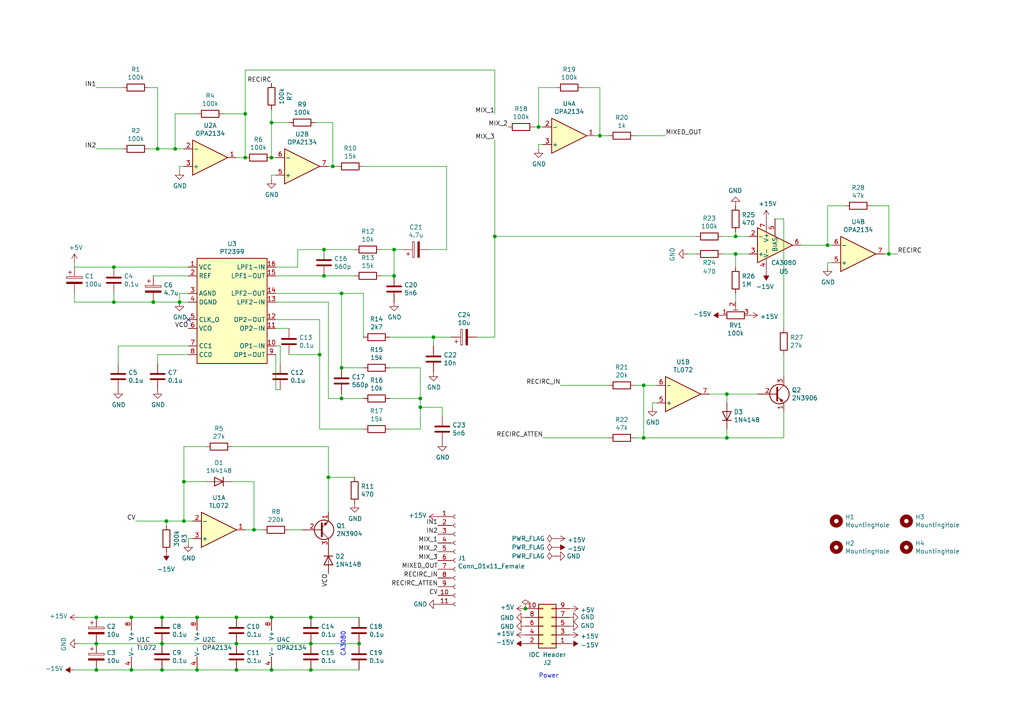
<source format=kicad_sch>
(kicad_sch (version 20231120) (generator "eeschema") (generator_version "8.0")
  (paper "A4")
  (title_block (title "Echo") (date "2019-12-29") (rev "01") (comment 1 "Echo circuit using the PT2399") (comment 2 "Schema for main circuit") (comment 4 "License CC BY 4.0 - Attribution 4.0 International"))
  (lib_symbols
    (symbol "Amplifier_Operational:CA3080" (pin_names (offset 0.127))
      (property "Reference" "U" (at 1.27 3.81 0))
      (property "Value" "CA3080" (at 1.27 -3.81 0))
      (symbol "CA3080_1_1"
        (pin no_connect line (at -2.54 2.54 270) (length 2.54) hide (name "NC") (number "1"))
        (pin input line (at -7.62 2.54 0) (length 2.54) (name "-") (number "2"))
        (pin input line (at -7.62 -2.54 0) (length 2.54) (name "+") (number "3"))
        (pin power_in line (at -2.54 -7.62 90) (length 3.81) (name "V-") (number "4"))
        (pin passive line (at 0 7.62 270) (length 5.08) (name "BIAS") (number "5"))
        (pin output line (at 7.62 0 180) (length 2.54) (name "~") (number "6"))
        (pin power_in line (at -2.54 7.62 270) (length 3.81) (name "V+") (number "7"))
        (pin no_connect line (at 0 2.54 270) (length 2.54) hide (name "NC") (number "8"))
      )
    )
    (symbol "Amplifier_Operational:OPA2134" (pin_names (offset 0.127))
      (property "Reference" "U" (at 0 5.08 0))
      (property "Value" "OPA2134" (at 0 -5.08 0))
      (symbol "OPA2134_1_1"
        (pin output line (at 7.62 0 180) (length 2.54) (name "~") (number "1"))
        (pin input line (at -7.62 -2.54 0) (length 2.54) (name "-") (number "2"))
        (pin input line (at -7.62 2.54 0) (length 2.54) (name "+") (number "3"))
      )
      (symbol "OPA2134_2_1"
        (pin input line (at -7.62 2.54 0) (length 2.54) (name "+") (number "5"))
        (pin input line (at -7.62 -2.54 0) (length 2.54) (name "-") (number "6"))
        (pin output line (at 7.62 0 180) (length 2.54) (name "~") (number "7"))
      )
      (symbol "OPA2134_3_1"
        (pin power_in line (at -2.54 -7.62 90) (length 3.81) (name "V-") (number "4"))
        (pin power_in line (at -2.54 7.62 270) (length 3.81) (name "V+") (number "8"))
      )
    )
    (symbol "Amplifier_Operational:TL072" (pin_names (offset 0.127))
      (property "Reference" "U" (at 0 5.08 0))
      (property "Value" "TL072" (at 0 -5.08 0))
      (symbol "TL072_1_1"
        (pin output line (at 7.62 0 180) (length 2.54) (name "~") (number "1"))
        (pin input line (at -7.62 -2.54 0) (length 2.54) (name "-") (number "2"))
        (pin input line (at -7.62 2.54 0) (length 2.54) (name "+") (number "3"))
      )
      (symbol "TL072_2_1"
        (pin input line (at -7.62 2.54 0) (length 2.54) (name "+") (number "5"))
        (pin input line (at -7.62 -2.54 0) (length 2.54) (name "-") (number "6"))
        (pin output line (at 7.62 0 180) (length 2.54) (name "~") (number "7"))
      )
      (symbol "TL072_3_1"
        (pin power_in line (at -2.54 -7.62 90) (length 3.81) (name "V-") (number "4"))
        (pin power_in line (at -2.54 7.62 270) (length 3.81) (name "V+") (number "8"))
      )
    )
    (symbol "Audio:PT2399"
      (property "Reference" "U" (at 0 17.78 0))
      (property "Value" "PT2399" (at 0 -17.78 0))
      (symbol "PT2399_1_1"
        (pin power_in line (at -12.7 12.7 0) (length 2.54) (name "VCC") (number "1"))
        (pin input line (at 12.7 -10.16 180) (length 2.54) (name "OP1-IN") (number "10"))
        (pin input line (at 12.7 -5.08 180) (length 2.54) (name "OP2-IN") (number "11"))
        (pin output line (at 12.7 -2.54 180) (length 2.54) (name "OP2-OUT") (number "12"))
        (pin input line (at 12.7 2.54 180) (length 2.54) (name "LPF2-IN") (number "13"))
        (pin output line (at 12.7 5.08 180) (length 2.54) (name "LPF2-OUT") (number "14"))
        (pin output line (at 12.7 10.16 180) (length 2.54) (name "LPF1-OUT") (number "15"))
        (pin input line (at 12.7 12.7 180) (length 2.54) (name "LPF1-IN") (number "16"))
        (pin passive line (at -12.7 10.16 0) (length 2.54) (name "REF") (number "2"))
        (pin power_in line (at -12.7 5.08 0) (length 2.54) (name "AGND") (number "3"))
        (pin power_in line (at -12.7 2.54 0) (length 2.54) (name "DGND") (number "4"))
        (pin passive line (at -12.7 -2.54 0) (length 2.54) (name "CLK_O") (number "5"))
        (pin passive line (at -12.7 -5.08 0) (length 2.54) (name "VCO") (number "6"))
        (pin passive line (at -12.7 -10.16 0) (length 2.54) (name "CC1") (number "7"))
        (pin passive line (at -12.7 -12.7 0) (length 2.54) (name "CC0") (number "8"))
        (pin output line (at 12.7 -12.7 180) (length 2.54) (name "OP1-OUT") (number "9"))
      )
    )
    (symbol "Connector:Conn_01x11_Socket" (pin_names (offset 1.016) hide)
      (property "Reference" "J" (at 0 15.24 0))
      (property "Value" "Conn_01x11_Socket" (at 0 -15.24 0))
      (symbol "Conn_01x11_Socket_1_1"
        (pin passive line (at -5.08 12.7 0) (length 3.81) (name "Pin_1") (number "1"))
        (pin passive line (at -5.08 -10.16 0) (length 3.81) (name "Pin_10") (number "10"))
        (pin passive line (at -5.08 -12.7 0) (length 3.81) (name "Pin_11") (number "11"))
        (pin passive line (at -5.08 10.16 0) (length 3.81) (name "Pin_2") (number "2"))
        (pin passive line (at -5.08 7.62 0) (length 3.81) (name "Pin_3") (number "3"))
        (pin passive line (at -5.08 5.08 0) (length 3.81) (name "Pin_4") (number "4"))
        (pin passive line (at -5.08 2.54 0) (length 3.81) (name "Pin_5") (number "5"))
        (pin passive line (at -5.08 0 0) (length 3.81) (name "Pin_6") (number "6"))
        (pin passive line (at -5.08 -2.54 0) (length 3.81) (name "Pin_7") (number "7"))
        (pin passive line (at -5.08 -5.08 0) (length 3.81) (name "Pin_8") (number "8"))
        (pin passive line (at -5.08 -7.62 0) (length 3.81) (name "Pin_9") (number "9"))
      )
    )
    (symbol "Connector_Generic:Conn_02x05_Odd_Even" (pin_names (offset 1.016) hide)
      (property "Reference" "J" (at 1.27 7.62 0))
      (property "Value" "Conn_02x05_Odd_Even" (at 1.27 -7.62 0))
      (symbol "Conn_02x05_Odd_Even_1_1"
        (pin passive line (at -5.08 5.08 0) (length 3.81) (name "Pin_1") (number "1"))
        (pin passive line (at 7.62 -5.08 180) (length 3.81) (name "Pin_10") (number "10"))
        (pin passive line (at 7.62 5.08 180) (length 3.81) (name "Pin_2") (number "2"))
        (pin passive line (at -5.08 2.54 0) (length 3.81) (name "Pin_3") (number "3"))
        (pin passive line (at 7.62 2.54 180) (length 3.81) (name "Pin_4") (number "4"))
        (pin passive line (at -5.08 0 0) (length 3.81) (name "Pin_5") (number "5"))
        (pin passive line (at 7.62 0 180) (length 3.81) (name "Pin_6") (number "6"))
        (pin passive line (at -5.08 -2.54 0) (length 3.81) (name "Pin_7") (number "7"))
        (pin passive line (at 7.62 -2.54 180) (length 3.81) (name "Pin_8") (number "8"))
        (pin passive line (at -5.08 -5.08 0) (length 3.81) (name "Pin_9") (number "9"))
      )
    )
    (symbol "Device:C" (pin_numbers hide) (pin_names (offset 0.254))
      (property "Reference" "C" (at 0.635 2.54 0))
      (property "Value" "C" (at 0.635 -2.54 0))
      (symbol "C_1_1"
        (pin passive line (at 0 3.81 270) (length 2.794) (name "~") (number "1"))
        (pin passive line (at 0 -3.81 90) (length 2.794) (name "~") (number "2"))
      )
    )
    (symbol "Device:C_Polarized" (pin_numbers hide) (pin_names (offset 0.254))
      (property "Reference" "C" (at 0.635 2.54 0))
      (property "Value" "C_Polarized" (at 0.635 -2.54 0))
      (symbol "C_Polarized_1_1"
        (pin passive line (at 0 3.81 270) (length 2.794) (name "~") (number "1"))
        (pin passive line (at 0 -3.81 90) (length 2.794) (name "~") (number "2"))
      )
    )
    (symbol "Device:R" (pin_numbers hide) (pin_names (offset 0))
      (property "Reference" "R" (at 2.032 0 90))
      (property "Value" "R" (at 0 0 90))
      (symbol "R_1_1"
        (pin passive line (at 0 3.81 270) (length 1.27) (name "~") (number "1"))
        (pin passive line (at 0 -3.81 90) (length 1.27) (name "~") (number "2"))
      )
    )
    (symbol "Device:R_Potentiometer_Trim" (pin_names (offset 1.016) hide)
      (property "Reference" "RV" (at -4.445 0 90))
      (property "Value" "R_Potentiometer_Trim" (at -2.54 0 90))
      (symbol "R_Potentiometer_Trim_1_1"
        (pin passive line (at 0 3.81 270) (length 1.27) (name "1") (number "1"))
        (pin passive line (at 3.81 0 180) (length 1.27) (name "2") (number "2"))
        (pin passive line (at 0 -3.81 90) (length 1.27) (name "3") (number "3"))
      )
    )
    (symbol "Diode:1N4148" (pin_numbers hide) (pin_names hide)
      (property "Reference" "D" (at 0 2.54 0))
      (property "Value" "1N4148" (at 0 -2.54 0))
      (symbol "1N4148_1_1"
        (pin passive line (at -3.81 0 0) (length 2.54) (name "K") (number "1"))
        (pin passive line (at 3.81 0 180) (length 2.54) (name "A") (number "2"))
      )
    )
    (symbol "Mechanical:MountingHole" (pin_names (offset 1.016))
      (property "Reference" "H" (at 0 5.08 0))
      (property "Value" "MountingHole" (at 0 3.175 0))
    )
    (symbol "Transistor_BJT:2N3904" (pin_names (offset 0) hide)
      (property "Reference" "Q" (at 5.08 1.905 0))
      (property "Value" "2N3904" (at 5.08 0 0))
      (symbol "2N3904_1_1"
        (pin passive line (at 2.54 -5.08 90) (length 2.54) (name "E") (number "1"))
        (pin passive line (at -5.08 0 0) (length 5.715) (name "B") (number "2"))
        (pin passive line (at 2.54 5.08 270) (length 2.54) (name "C") (number "3"))
      )
    )
    (symbol "Transistor_BJT:2N3906" (pin_names (offset 0) hide)
      (property "Reference" "Q" (at 5.08 1.905 0))
      (property "Value" "2N3906" (at 5.08 0 0))
      (symbol "2N3906_1_1"
        (pin passive line (at 2.54 -5.08 90) (length 2.54) (name "E") (number "1"))
        (pin input line (at -5.08 0 0) (length 5.715) (name "B") (number "2"))
        (pin passive line (at 2.54 5.08 270) (length 2.54) (name "C") (number "3"))
      )
    )
    (symbol "power:+15V" (power) (pin_names (offset 0))
      (property "Value" "+15V" (at 0 3.556 0))
      (symbol "+15V_1_1"
        (pin power_in line (at 0 0 90) (length 0) hide (name "+15V") (number "1"))
      )
    )
    (symbol "power:+5V" (power) (pin_names (offset 0))
      (property "Value" "+5V" (at 0 3.556 0))
      (symbol "+5V_1_1"
        (pin power_in line (at 0 0 90) (length 0) hide (name "+5V") (number "1"))
      )
    )
    (symbol "power:-15V" (power) (pin_names (offset 0))
      (property "Value" "-15V" (at 0 3.81 0))
      (symbol "-15V_0_0"
        (pin power_in line (at 0 0 90) (length 0) hide (name "-15V") (number "1"))
      )
    )
    (symbol "power:GND" (power) (pin_names (offset 0))
      (property "Value" "GND" (at 0 -3.81 0))
      (symbol "GND_1_1"
        (pin power_in line (at 0 0 270) (length 0) hide (name "GND") (number "1"))
      )
    )
    (symbol "power:PWR_FLAG" (power) (pin_numbers hide) (pin_names (offset 0) hide)
      (property "Value" "PWR_FLAG" (at 0 3.81 0))
      (symbol "PWR_FLAG_0_0"
        (pin power_out line (at 0 0 90) (length 0) (name "pwr") (number "1"))
      )
    )
  )
  (junction (at 257.81 73.66))
  (junction (at 93.98 72.39))
  (junction (at 38.1 194.31))
  (junction (at 90.17 186.69))
  (junction (at 90.17 194.31))
  (junction (at 104.14 186.69))
  (junction (at 156.21 36.83))
  (junction (at 45.72 43.18))
  (junction (at 213.36 68.58))
  (junction (at 213.36 73.66))
  (junction (at 114.3 80.01))
  (junction (at 93.98 80.01))
  (junction (at 46.99 186.69))
  (junction (at 71.12 45.72))
  (junction (at 78.74 45.72))
  (junction (at 125.73 97.79))
  (junction (at 27.94 186.69))
  (junction (at 95.25 138.43))
  (junction (at 46.99 179.07))
  (junction (at 53.34 139.7))
  (junction (at 121.92 118.11))
  (junction (at 68.58 194.31))
  (junction (at 78.74 194.31))
  (junction (at 78.74 35.56))
  (junction (at 44.45 87.63))
  (junction (at 186.69 127))
  (junction (at 210.82 127))
  (junction (at 99.06 115.57))
  (junction (at 186.69 111.76))
  (junction (at 143.51 68.58))
  (junction (at 240.03 71.12))
  (junction (at 99.06 85.09))
  (junction (at 27.94 179.07))
  (junction (at 33.02 87.63))
  (junction (at 53.34 151.13))
  (junction (at 121.92 115.57))
  (junction (at 90.17 179.07))
  (junction (at 71.12 33.02))
  (junction (at 46.99 194.31))
  (junction (at 57.15 179.07))
  (junction (at 173.99 39.37))
  (junction (at 33.02 77.47))
  (junction (at 92.71 102.87))
  (junction (at 96.52 48.26))
  (junction (at 99.06 106.68))
  (junction (at 52.07 87.63))
  (junction (at 68.58 179.07))
  (junction (at 38.1 179.07))
  (junction (at 27.94 194.31))
  (junction (at 78.74 179.07))
  (junction (at 50.8 43.18))
  (junction (at 57.15 194.31))
  (junction (at 210.82 114.3))
  (junction (at 73.66 153.67))
  (junction (at 68.58 186.69))
  (junction (at 48.26 151.13))
  (junction (at 114.3 72.39))
  (junction (at 152.4 176.53))
  (no_connect (at 54.61 92.71))
  (wire (pts (xy 156.21 25.4) (xy 156.21 36.83)))
  (wire (pts (xy 64.77 33.02) (xy 71.12 33.02)))
  (wire (pts (xy 124.46 72.39) (xy 129.54 72.39)))
  (wire (pts (xy 52.07 48.26) (xy 52.07 49.53)))
  (wire (pts (xy 90.17 194.31) (xy 104.14 194.31)))
  (wire (pts (xy 161.29 25.4) (xy 156.21 25.4)))
  (wire (pts (xy 93.98 80.01) (xy 102.87 80.01)))
  (wire (pts (xy 102.87 138.43) (xy 95.25 138.43)))
  (wire (pts (xy 99.06 114.3) (xy 99.06 115.57)))
  (wire (pts (xy 210.82 127) (xy 227.33 127)))
  (wire (pts (xy 205.74 114.3) (xy 210.82 114.3)))
  (wire (pts (xy 156.21 36.83) (xy 157.48 36.83)))
  (wire (pts (xy 48.26 151.13) (xy 53.34 151.13)))
  (wire (pts (xy 125.73 97.79) (xy 130.81 97.79)))
  (wire (pts (xy 43.18 43.18) (xy 45.72 43.18)))
  (wire (pts (xy 71.12 33.02) (xy 71.12 20.32)))
  (wire (pts (xy 110.49 80.01) (xy 114.3 80.01)))
  (wire (pts (xy 143.51 40.64) (xy 143.51 68.58)))
  (wire (pts (xy 232.41 71.12) (xy 240.03 71.12)))
  (wire (pts (xy 173.99 39.37) (xy 176.53 39.37)))
  (wire (pts (xy 53.34 48.26) (xy 52.07 48.26)))
  (wire (pts (xy 113.03 97.79) (xy 125.73 97.79)))
  (wire (pts (xy 257.81 59.69) (xy 257.81 73.66)))
  (wire (pts (xy 210.82 116.84) (xy 210.82 114.3)))
  (wire (pts (xy 27.94 25.4) (xy 35.56 25.4)))
  (wire (pts (xy 92.71 102.87) (xy 92.71 124.46)))
  (wire (pts (xy 186.69 111.76) (xy 186.69 127)))
  (wire (pts (xy 227.33 63.5) (xy 224.79 63.5)))
  (wire (pts (xy 73.66 139.7) (xy 73.66 153.67)))
  (wire (pts (xy 157.48 127) (xy 176.53 127)))
  (wire (pts (xy 93.98 72.39) (xy 102.87 72.39)))
  (wire (pts (xy 21.59 87.63) (xy 21.59 85.09)))
  (wire (pts (xy 55.88 156.21) (xy 54.61 156.21)))
  (wire (pts (xy 27.94 194.31) (xy 38.1 194.31)))
  (wire (pts (xy 81.28 113.03) (xy 80.01 113.03)))
  (wire (pts (xy 71.12 45.72) (xy 71.12 33.02)))
  (wire (pts (xy 54.61 102.87) (xy 45.72 102.87)))
  (wire (pts (xy 156.21 41.91) (xy 156.21 43.18)))
  (wire (pts (xy 157.48 41.91) (xy 156.21 41.91)))
  (wire (pts (xy 129.54 72.39) (xy 129.54 48.26)))
  (wire (pts (xy 80.01 92.71) (xy 92.71 92.71)))
  (wire (pts (xy 105.41 106.68) (xy 99.06 106.68)))
  (wire (pts (xy 80.01 85.09) (xy 99.06 85.09)))
  (wire (pts (xy 128.27 118.11) (xy 121.92 118.11)))
  (wire (pts (xy 210.82 127) (xy 186.69 127)))
  (wire (pts (xy 143.51 68.58) (xy 201.93 68.58)))
  (wire (pts (xy 95.25 115.57) (xy 99.06 115.57)))
  (wire (pts (xy 45.72 102.87) (xy 45.72 105.41)))
  (wire (pts (xy 213.36 67.31) (xy 213.36 68.58)))
  (wire (pts (xy 138.43 97.79) (xy 143.51 97.79)))
  (wire (pts (xy 78.74 45.72) (xy 80.01 45.72)))
  (wire (pts (xy 121.92 118.11) (xy 121.92 124.46)))
  (wire (pts (xy 27.94 43.18) (xy 35.56 43.18)))
  (wire (pts (xy 110.49 72.39) (xy 114.3 72.39)))
  (wire (pts (xy 213.36 68.58) (xy 217.17 68.58)))
  (wire (pts (xy 190.5 111.76) (xy 186.69 111.76)))
  (wire (pts (xy 227.33 63.5) (xy 227.33 95.25)))
  (wire (pts (xy 67.31 129.54) (xy 95.25 129.54)))
  (wire (pts (xy 54.61 156.21) (xy 54.61 157.48)))
  (wire (pts (xy 68.58 45.72) (xy 71.12 45.72)))
  (wire (pts (xy 260.35 73.66) (xy 257.81 73.66)))
  (wire (pts (xy 209.55 73.66) (xy 213.36 73.66)))
  (wire (pts (xy 78.74 50.8) (xy 78.74 52.07)))
  (wire (pts (xy 210.82 124.46) (xy 210.82 127)))
  (wire (pts (xy 240.03 71.12) (xy 241.3 71.12)))
  (wire (pts (xy 83.82 35.56) (xy 78.74 35.56)))
  (wire (pts (xy 95.25 129.54) (xy 95.25 138.43)))
  (wire (pts (xy 68.58 186.69) (xy 90.17 186.69)))
  (wire (pts (xy 252.73 59.69) (xy 257.81 59.69)))
  (wire (pts (xy 86.36 77.47) (xy 86.36 72.39)))
  (wire (pts (xy 121.92 106.68) (xy 121.92 115.57)))
  (wire (pts (xy 57.15 194.31) (xy 68.58 194.31)))
  (wire (pts (xy 97.79 48.26) (xy 96.52 48.26)))
  (wire (pts (xy 95.25 87.63) (xy 95.25 115.57)))
  (wire (pts (xy 52.07 85.09) (xy 54.61 85.09)))
  (wire (pts (xy 113.03 115.57) (xy 121.92 115.57)))
  (wire (pts (xy 46.99 179.07) (xy 57.15 179.07)))
  (wire (pts (xy 55.88 151.13) (xy 53.34 151.13)))
  (wire (pts (xy 168.91 25.4) (xy 173.99 25.4)))
  (wire (pts (xy 59.69 139.7) (xy 53.34 139.7)))
  (wire (pts (xy 71.12 20.32) (xy 143.51 20.32)))
  (wire (pts (xy 245.11 59.69) (xy 240.03 59.69)))
  (wire (pts (xy 105.41 97.79) (xy 105.41 85.09)))
  (wire (pts (xy 27.94 186.69) (xy 46.99 186.69)))
  (wire (pts (xy 99.06 115.57) (xy 105.41 115.57)))
  (wire (pts (xy 83.82 102.87) (xy 92.71 102.87)))
  (wire (pts (xy 92.71 124.46) (xy 105.41 124.46)))
  (wire (pts (xy 54.61 100.33) (xy 34.29 100.33)))
  (wire (pts (xy 113.03 106.68) (xy 121.92 106.68)))
  (wire (pts (xy 80.01 87.63) (xy 95.25 87.63)))
  (wire (pts (xy 44.45 87.63) (xy 52.07 87.63)))
  (wire (pts (xy 21.59 194.31) (xy 27.94 194.31)))
  (wire (pts (xy 129.54 48.26) (xy 105.41 48.26)))
  (wire (pts (xy 96.52 48.26) (xy 95.25 48.26)))
  (wire (pts (xy 227.33 102.87) (xy 227.33 109.22)))
  (wire (pts (xy 22.86 186.69) (xy 27.94 186.69)))
  (wire (pts (xy 50.8 33.02) (xy 50.8 43.18)))
  (wire (pts (xy 86.36 72.39) (xy 93.98 72.39)))
  (wire (pts (xy 57.15 179.07) (xy 68.58 179.07)))
  (wire (pts (xy 81.28 100.33) (xy 80.01 100.33)))
  (wire (pts (xy 38.1 194.31) (xy 46.99 194.31)))
  (wire (pts (xy 39.37 151.13) (xy 48.26 151.13)))
  (wire (pts (xy 81.28 105.41) (xy 81.28 100.33)))
  (wire (pts (xy 80.01 113.03) (xy 80.01 102.87)))
  (wire (pts (xy 68.58 179.07) (xy 78.74 179.07)))
  (wire (pts (xy 241.3 76.2) (xy 240.03 76.2)))
  (wire (pts (xy 38.1 179.07) (xy 46.99 179.07)))
  (wire (pts (xy 78.74 35.56) (xy 78.74 45.72)))
  (wire (pts (xy 27.94 179.07) (xy 38.1 179.07)))
  (wire (pts (xy 213.36 77.47) (xy 213.36 73.66)))
  (wire (pts (xy 210.82 114.3) (xy 219.71 114.3)))
  (wire (pts (xy 33.02 87.63) (xy 21.59 87.63)))
  (wire (pts (xy 114.3 80.01) (xy 114.3 72.39)))
  (wire (pts (xy 68.58 194.31) (xy 78.74 194.31)))
  (wire (pts (xy 201.93 73.66) (xy 199.39 73.66)))
  (wire (pts (xy 213.36 73.66) (xy 217.17 73.66)))
  (wire (pts (xy 67.31 139.7) (xy 73.66 139.7)))
  (wire (pts (xy 78.74 31.75) (xy 78.74 35.56)))
  (wire (pts (xy 162.56 111.76) (xy 176.53 111.76)))
  (wire (pts (xy 80.01 80.01) (xy 93.98 80.01)))
  (wire (pts (xy 57.15 33.02) (xy 50.8 33.02)))
  (wire (pts (xy 227.33 119.38) (xy 227.33 127)))
  (wire (pts (xy 73.66 153.67) (xy 71.12 153.67)))
  (wire (pts (xy 257.81 73.66) (xy 256.54 73.66)))
  (wire (pts (xy 190.5 116.84) (xy 189.23 116.84)))
  (wire (pts (xy 125.73 100.33) (xy 125.73 97.79)))
  (wire (pts (xy 48.26 152.4) (xy 48.26 151.13)))
  (wire (pts (xy 59.69 129.54) (xy 53.34 129.54)))
  (wire (pts (xy 121.92 115.57) (xy 121.92 118.11)))
  (wire (pts (xy 128.27 120.65) (xy 128.27 118.11)))
  (wire (pts (xy 53.34 43.18) (xy 50.8 43.18)))
  (wire (pts (xy 114.3 72.39) (xy 116.84 72.39)))
  (wire (pts (xy 87.63 153.67) (xy 83.82 153.67)))
  (wire (pts (xy 96.52 35.56) (xy 96.52 48.26)))
  (wire (pts (xy 53.34 129.54) (xy 53.34 139.7)))
  (wire (pts (xy 21.59 76.2) (xy 21.59 77.47)))
  (wire (pts (xy 78.74 194.31) (xy 90.17 194.31)))
  (wire (pts (xy 121.92 124.46) (xy 113.03 124.46)))
  (wire (pts (xy 240.03 59.69) (xy 240.03 71.12)))
  (wire (pts (xy 52.07 87.63) (xy 52.07 85.09)))
  (wire (pts (xy 45.72 25.4) (xy 43.18 25.4)))
  (wire (pts (xy 73.66 153.67) (xy 76.2 153.67)))
  (wire (pts (xy 52.07 87.63) (xy 54.61 87.63)))
  (wire (pts (xy 173.99 25.4) (xy 173.99 39.37)))
  (wire (pts (xy 46.99 186.69) (xy 68.58 186.69)))
  (wire (pts (xy 54.61 80.01) (xy 44.45 80.01)))
  (wire (pts (xy 99.06 106.68) (xy 99.06 85.09)))
  (wire (pts (xy 33.02 77.47) (xy 21.59 77.47)))
  (wire (pts (xy 53.34 139.7) (xy 53.34 151.13)))
  (wire (pts (xy 33.02 87.63) (xy 44.45 87.63)))
  (wire (pts (xy 78.74 179.07) (xy 90.17 179.07)))
  (wire (pts (xy 95.25 138.43) (xy 95.25 148.59)))
  (wire (pts (xy 209.55 68.58) (xy 213.36 68.58)))
  (wire (pts (xy 92.71 92.71) (xy 92.71 102.87)))
  (wire (pts (xy 50.8 43.18) (xy 45.72 43.18)))
  (wire (pts (xy 22.86 179.07) (xy 27.94 179.07)))
  (wire (pts (xy 80.01 77.47) (xy 86.36 77.47)))
  (wire (pts (xy 90.17 179.07) (xy 104.14 179.07)))
  (wire (pts (xy 34.29 100.33) (xy 34.29 105.41)))
  (wire (pts (xy 33.02 85.09) (xy 33.02 87.63)))
  (wire (pts (xy 80.01 50.8) (xy 78.74 50.8)))
  (wire (pts (xy 186.69 111.76) (xy 184.15 111.76)))
  (wire (pts (xy 172.72 39.37) (xy 173.99 39.37)))
  (wire (pts (xy 90.17 186.69) (xy 104.14 186.69)))
  (wire (pts (xy 186.69 127) (xy 184.15 127)))
  (wire (pts (xy 213.36 85.09) (xy 213.36 87.63)))
  (wire (pts (xy 156.21 36.83) (xy 154.94 36.83)))
  (wire (pts (xy 184.15 39.37) (xy 193.04 39.37)))
  (wire (pts (xy 45.72 43.18) (xy 45.72 25.4)))
  (wire (pts (xy 91.44 35.56) (xy 96.52 35.56)))
  (wire (pts (xy 99.06 85.09) (xy 105.41 85.09)))
  (wire (pts (xy 189.23 116.84) (xy 189.23 118.11)))
  (wire (pts (xy 46.99 194.31) (xy 57.15 194.31)))
  (wire (pts (xy 240.03 76.2) (xy 240.03 77.47)))
  (wire (pts (xy 143.51 20.32) (xy 143.51 33.02)))
  (wire (pts (xy 143.51 68.58) (xy 143.51 97.79)))
  (wire (pts (xy 33.02 77.47) (xy 54.61 77.47)))
  (wire (pts (xy 83.82 95.25) (xy 80.01 95.25)))
  (text "CA3080" (at 100.33 190.5 90) (effects (font (size 1.27 1.27)) (justify left bottom)))
  (text "Power" (at 156.21 196.85 0) (effects (font (size 1.27 1.27)) (justify left bottom)))
  (label "RECIRC" (at 78.74 24.13 180))
  (label "MIXED_OUT" (at 193.04 39.37 0))
  (label "RECIRC_IN" (at 162.56 111.76 180))
  (label "RECIRC_ATTEN" (at 127 170.18 180))
  (label "MIX_1" (at 143.51 33.02 180))
  (label "MIX_2" (at 127 160.02 180))
  (label "VCO" (at 95.25 166.37 270))
  (label "RECIRC_IN" (at 127 167.64 180))
  (label "CV" (at 127 172.72 180))
  (label "IN2" (at 127 154.94 180))
  (label "CV" (at 39.37 151.13 180))
  (label "MIX_3" (at 127 162.56 180))
  (label "MIX_1" (at 127 157.48 180))
  (label "IN2" (at 27.94 43.18 180))
  (label "MIX_3" (at 143.51 40.64 180))
  (label "RECIRC_ATTEN" (at 157.48 127 180))
  (label "IN1" (at 127 152.4 180))
  (label "VCO" (at 54.61 95.25 180))
  (label "MIXED_OUT" (at 127 165.1 180))
  (label "RECIRC" (at 260.35 73.66 0))
  (label "MIX_2" (at 147.32 36.83 180))
  (label "IN1" (at 27.94 25.4 180))
  (symbol (lib_id "Device:R") (at 39.37 25.4 270) (unit 1)
    (property "Reference" "R1" (at 39.37 20.1422 90))
    (property "Value" "100k" (at 39.37 22.4536 90))
    (property "Footprint" "Resistor_THT:R_Axial_DIN0207_L6.3mm_D2.5mm_P10.16mm_Horizontal" (effects (hide yes)))
  )
  (symbol (lib_id "power:+15V") (at 22.86 179.07 90) (unit 1)
    (property "Reference" "#PWR03" (effects (hide yes)))
    (property "Value" "+15V" (at 19.6088 178.689 90) (effects (justify left)))
  )
  (symbol (lib_id "Device:C_Polarized") (at 27.94 182.88 0) (unit 1)
    (property "Reference" "C2" (at 30.9372 181.7116 0) (effects (justify left)))
    (property "Value" "10u" (at 30.9372 184.023 0) (effects (justify left)))
    (property "Footprint" "Capacitor_THT:CP_Radial_D5.0mm_P2.50mm" (effects (hide yes)))
  )
  (symbol (lib_id "Device:C_Polarized") (at 27.94 190.5 0) (unit 1)
    (property "Reference" "C3" (at 30.9372 189.3316 0) (effects (justify left)))
    (property "Value" "10u" (at 30.9372 191.643 0) (effects (justify left)))
    (property "Footprint" "Capacitor_THT:CP_Radial_D5.0mm_P2.50mm" (effects (hide yes)))
  )
  (symbol (lib_id "power:GND") (at 22.86 186.69 270) (unit 1)
    (property "Reference" "#PWR04" (effects (hide yes)))
    (property "Value" "GND" (at 18.4658 186.817 0))
  )
  (symbol (lib_id "Device:C") (at 46.99 190.5 0) (unit 1)
    (property "Reference" "C9" (at 49.911 189.3316 0) (effects (justify left)))
    (property "Value" "0.1u" (at 49.911 191.643 0) (effects (justify left)))
    (property "Footprint" "Capacitor_THT:C_Rect_L4.0mm_W2.5mm_P2.50mm" (effects (hide yes)))
  )
  (symbol (lib_id "power:PWR_FLAG") (at 161.29 156.21 90) (unit 1)
    (property "Reference" "#FLG02" (effects (hide yes)))
    (property "Value" "PWR_FLAG" (at 158.0388 156.21 90) (effects (justify left)))
  )
  (symbol (lib_id "power:-15V") (at 21.59 194.31 90) (unit 1)
    (property "Reference" "#PWR02" (effects (hide yes)))
    (property "Value" "-15V" (at 18.3388 193.929 90) (effects (justify left)))
  )
  (symbol (lib_id "Connector_Generic:Conn_02x05_Odd_Even") (at 160.02 181.61 180) (unit 1)
    (property "Reference" "J2" (at 158.75 192.2018 0))
    (property "Value" "IDC Header" (at 158.75 189.8904 0))
    (property "Footprint" "Connector_IDC:IDC-Header_2x05_P2.54mm_Vertical" (effects (hide yes)))
  )
  (symbol (lib_id "power:+15V") (at 152.4 184.15 90) (unit 1)
    (property "Reference" "#PWR021" (effects (hide yes)))
    (property "Value" "+15V" (at 149.1488 183.769 90) (effects (justify left)))
  )
  (symbol (lib_id "power:+15V") (at 165.1 184.15 270) (unit 1)
    (property "Reference" "#PWR030" (effects (hide yes)))
    (property "Value" "+15V" (at 168.3512 184.531 90) (effects (justify left)))
  )
  (symbol (lib_id "power:-15V") (at 152.4 186.69 90) (unit 1)
    (property "Reference" "#PWR022" (effects (hide yes)))
    (property "Value" "-15V" (at 149.1488 186.309 90) (effects (justify left)))
  )
  (symbol (lib_id "power:-15V") (at 165.1 186.69 270) (unit 1)
    (property "Reference" "#PWR031" (effects (hide yes)))
    (property "Value" "-15V" (at 168.3512 187.071 90) (effects (justify left)))
  )
  (symbol (lib_id "power:GND") (at 152.4 181.61 270) (unit 1)
    (property "Reference" "#PWR020" (effects (hide yes)))
    (property "Value" "GND" (at 149.1488 181.737 90) (effects (justify right)))
  )
  (symbol (lib_id "power:GND") (at 152.4 179.07 270) (unit 1)
    (property "Reference" "#PWR019" (effects (hide yes)))
    (property "Value" "GND" (at 149.1488 179.197 90) (effects (justify right)))
  )
  (symbol (lib_id "power:GND") (at 165.1 179.07 90) (unit 1)
    (property "Reference" "#PWR028" (effects (hide yes)))
    (property "Value" "GND" (at 168.3512 178.943 90) (effects (justify right)))
  )
  (symbol (lib_id "power:GND") (at 165.1 181.61 90) (unit 1)
    (property "Reference" "#PWR029" (effects (hide yes)))
    (property "Value" "GND" (at 168.3512 181.483 90) (effects (justify right)))
  )
  (symbol (lib_id "power:+5V") (at 165.1 176.53 270) (unit 1)
    (property "Reference" "#PWR027" (effects (hide yes)))
    (property "Value" "+5V" (at 168.3512 176.911 90) (effects (justify left)))
  )
  (symbol (lib_id "power:+5V") (at 152.4 176.53 90) (unit 1)
    (property "Reference" "#PWR018" (effects (hide yes)))
    (property "Value" "+5V" (at 149.1488 176.149 90) (effects (justify left)))
  )
  (symbol (lib_id "power:PWR_FLAG") (at 152.4 176.53 0) (unit 1)
    (property "Reference" "#FLG01" (effects (hide yes)))
    (property "Value" "PWR_FLAG" (effects (hide yes)))
  )
  (symbol (lib_id "power:+15V") (at 161.29 156.21 270) (unit 1)
    (property "Reference" "#PWR024" (effects (hide yes)))
    (property "Value" "+15V" (at 164.5412 156.591 90) (effects (justify left)))
  )
  (symbol (lib_id "power:-15V") (at 161.29 158.75 270) (unit 1)
    (property "Reference" "#PWR025" (effects (hide yes)))
    (property "Value" "-15V" (at 164.5412 159.131 90) (effects (justify left)))
  )
  (symbol (lib_id "power:GND") (at 161.29 161.29 90) (unit 1)
    (property "Reference" "#PWR026" (effects (hide yes)))
    (property "Value" "GND" (at 166.37 161.29 90))
  )
  (symbol (lib_id "power:PWR_FLAG") (at 161.29 158.75 90) (unit 1)
    (property "Reference" "#FLG03" (effects (hide yes)))
    (property "Value" "PWR_FLAG" (at 158.0388 158.75 90) (effects (justify left)))
  )
  (symbol (lib_id "power:PWR_FLAG") (at 161.29 161.29 90) (unit 1)
    (property "Reference" "#FLG04" (effects (hide yes)))
    (property "Value" "PWR_FLAG" (at 158.0388 161.29 90) (effects (justify left)))
  )
  (symbol (lib_id "Audio:PT2399") (at 67.31 90.17 0) (unit 1)
    (property "Reference" "U3" (at 67.31 70.6882 0))
    (property "Value" "PT2399" (at 67.31 72.9996 0))
    (property "Footprint" "Package_DIP:DIP-16_W7.62mm_Socket" (effects (hide yes)))
    (property "Datasheet" "http://sound.westhost.com/pt2399.pdf" (effects (hide yes)))
  )
  (symbol (lib_id "Device:C") (at 33.02 81.28 0) (unit 1)
    (property "Reference" "C4" (at 35.941 80.1116 0) (effects (justify left)))
    (property "Value" "0.1u" (at 35.941 82.423 0) (effects (justify left)))
    (property "Footprint" "Capacitor_THT:C_Rect_L4.0mm_W2.5mm_P2.50mm" (effects (hide yes)))
  )
  (symbol (lib_id "Device:C_Polarized") (at 21.59 81.28 0) (unit 1)
    (property "Reference" "C1" (at 24.5872 80.1116 0) (effects (justify left)))
    (property "Value" "100u" (at 24.5872 82.423 0) (effects (justify left)))
    (property "Footprint" "Capacitor_THT:CP_Radial_D8.0mm_P3.50mm" (effects (hide yes)))
  )
  (symbol (lib_id "Device:C_Polarized") (at 44.45 83.82 0) (unit 1)
    (property "Reference" "C6" (at 47.4472 82.6516 0) (effects (justify left)))
    (property "Value" "4.7u" (at 47.4472 84.963 0) (effects (justify left)))
    (property "Footprint" "Capacitor_THT:CP_Radial_D5.0mm_P2.00mm" (effects (hide yes)))
  )
  (symbol (lib_id "power:GND") (at 52.07 87.63 0) (unit 1)
    (property "Reference" "#PWR09" (effects (hide yes)))
    (property "Value" "GND" (at 52.197 92.0242 0))
  )
  (symbol (lib_id "power:+5V") (at 21.59 76.2 0) (unit 1)
    (property "Reference" "#PWR01" (effects (hide yes)))
    (property "Value" "+5V" (at 21.971 71.8058 0))
  )
  (symbol (lib_id "Device:C") (at 45.72 109.22 0) (unit 1)
    (property "Reference" "C7" (at 48.641 108.0516 0) (effects (justify left)))
    (property "Value" "0.1u" (at 48.641 110.363 0) (effects (justify left)))
    (property "Footprint" "Capacitor_THT:C_Rect_L4.0mm_W2.5mm_P2.50mm" (effects (hide yes)))
  )
  (symbol (lib_id "Device:C") (at 34.29 109.22 0) (unit 1)
    (property "Reference" "C5" (at 37.211 108.0516 0) (effects (justify left)))
    (property "Value" "0.1u" (at 37.211 110.363 0) (effects (justify left)))
    (property "Footprint" "Capacitor_THT:C_Rect_L4.0mm_W2.5mm_P2.50mm" (effects (hide yes)))
  )
  (symbol (lib_id "power:GND") (at 45.72 113.03 0) (unit 1)
    (property "Reference" "#PWR06" (effects (hide yes)))
    (property "Value" "GND" (at 45.847 117.4242 0))
  )
  (symbol (lib_id "power:GND") (at 34.29 113.03 0) (unit 1)
    (property "Reference" "#PWR05" (effects (hide yes)))
    (property "Value" "GND" (at 34.417 117.4242 0))
  )
  (symbol (lib_id "Device:R") (at 106.68 80.01 270) (unit 1)
    (property "Reference" "R13" (at 106.68 74.7522 90))
    (property "Value" "15k" (at 106.68 77.0636 90))
    (property "Footprint" "Resistor_THT:R_Axial_DIN0207_L6.3mm_D2.5mm_P10.16mm_Horizontal" (effects (hide yes)))
  )
  (symbol (lib_id "Device:R") (at 106.68 72.39 270) (unit 1)
    (property "Reference" "R12" (at 106.68 67.1322 90))
    (property "Value" "10k" (at 106.68 69.4436 90))
    (property "Footprint" "Resistor_THT:R_Axial_DIN0207_L6.3mm_D2.5mm_P10.16mm_Horizontal" (effects (hide yes)))
  )
  (symbol (lib_id "Device:C") (at 93.98 76.2 0) (unit 1)
    (property "Reference" "C16" (at 96.901 75.0316 0) (effects (justify left)))
    (property "Value" "560p" (at 96.901 77.343 0) (effects (justify left)))
    (property "Footprint" "Capacitor_THT:C_Rect_L4.0mm_W2.5mm_P2.50mm" (effects (hide yes)))
  )
  (symbol (lib_id "Device:C_Polarized") (at 120.65 72.39 90) (unit 1)
    (property "Reference" "C21" (at 120.65 65.913 90))
    (property "Value" "4.7u" (at 120.65 68.2244 90))
    (property "Footprint" "Capacitor_THT:CP_Radial_D5.0mm_P2.00mm" (effects (hide yes)))
  )
  (symbol (lib_id "Device:C") (at 114.3 83.82 0) (unit 1)
    (property "Reference" "C20" (at 117.221 82.6516 0) (effects (justify left)))
    (property "Value" "5n6" (at 117.221 84.963 0) (effects (justify left)))
    (property "Footprint" "Capacitor_THT:C_Rect_L4.6mm_W3.8mm_P2.50mm_MKS02_FKP02" (effects (hide yes)))
  )
  (symbol (lib_id "power:GND") (at 114.3 87.63 0) (unit 1)
    (property "Reference" "#PWR013" (effects (hide yes)))
    (property "Value" "GND" (at 114.427 92.0242 0))
  )
  (symbol (lib_id "Device:R") (at 109.22 97.79 270) (unit 1)
    (property "Reference" "R14" (at 109.22 92.5322 90))
    (property "Value" "2k7" (at 109.22 94.8436 90))
    (property "Footprint" "Resistor_THT:R_Axial_DIN0207_L6.3mm_D2.5mm_P10.16mm_Horizontal" (effects (hide yes)))
  )
  (symbol (lib_id "Device:R") (at 109.22 106.68 270) (unit 1)
    (property "Reference" "R15" (at 109.22 101.4222 90))
    (property "Value" "15k" (at 109.22 103.7336 90))
    (property "Footprint" "Resistor_THT:R_Axial_DIN0207_L6.3mm_D2.5mm_P10.16mm_Horizontal" (effects (hide yes)))
  )
  (symbol (lib_id "Device:R") (at 109.22 115.57 270) (unit 1)
    (property "Reference" "R16" (at 109.22 110.3122 90))
    (property "Value" "10k" (at 109.22 112.6236 90))
    (property "Footprint" "Resistor_THT:R_Axial_DIN0207_L6.3mm_D2.5mm_P10.16mm_Horizontal" (effects (hide yes)))
  )
  (symbol (lib_id "Device:R") (at 109.22 124.46 270) (unit 1)
    (property "Reference" "R17" (at 109.22 119.2022 90))
    (property "Value" "15k" (at 109.22 121.5136 90))
    (property "Footprint" "Resistor_THT:R_Axial_DIN0207_L6.3mm_D2.5mm_P10.16mm_Horizontal" (effects (hide yes)))
  )
  (symbol (lib_id "Device:C") (at 99.06 110.49 0) (unit 1)
    (property "Reference" "C17" (at 101.981 109.3216 0) (effects (justify left)))
    (property "Value" "560p" (at 101.981 111.633 0) (effects (justify left)))
    (property "Footprint" "Capacitor_THT:C_Rect_L4.0mm_W2.5mm_P2.50mm" (effects (hide yes)))
  )
  (symbol (lib_id "Device:C") (at 128.27 124.46 0) (unit 1)
    (property "Reference" "C23" (at 131.191 123.2916 0) (effects (justify left)))
    (property "Value" "5n6" (at 131.191 125.603 0) (effects (justify left)))
    (property "Footprint" "Capacitor_THT:C_Rect_L4.6mm_W3.8mm_P2.50mm_MKS02_FKP02" (effects (hide yes)))
  )
  (symbol (lib_id "power:GND") (at 128.27 128.27 0) (unit 1)
    (property "Reference" "#PWR017" (effects (hide yes)))
    (property "Value" "GND" (at 128.397 132.6642 0))
  )
  (symbol (lib_id "Device:C_Polarized") (at 134.62 97.79 90) (unit 1)
    (property "Reference" "C24" (at 134.62 91.313 90))
    (property "Value" "10u" (at 134.62 93.6244 90))
    (property "Footprint" "Capacitor_THT:CP_Radial_D5.0mm_P2.50mm" (effects (hide yes)))
  )
  (symbol (lib_id "Device:C") (at 125.73 104.14 0) (unit 1)
    (property "Reference" "C22" (at 128.651 102.9716 0) (effects (justify left)))
    (property "Value" "10n" (at 128.651 105.283 0) (effects (justify left)))
    (property "Footprint" "Capacitor_THT:C_Rect_L4.0mm_W2.5mm_P2.50mm" (effects (hide yes)))
  )
  (symbol (lib_id "power:GND") (at 125.73 107.95 0) (unit 1)
    (property "Reference" "#PWR014" (effects (hide yes)))
    (property "Value" "GND" (at 125.857 112.3442 0))
  )
  (symbol (lib_id "Device:C") (at 83.82 99.06 0) (unit 1)
    (property "Reference" "C13" (at 86.741 97.8916 0) (effects (justify left)))
    (property "Value" "0.1u" (at 86.741 100.203 0) (effects (justify left)))
    (property "Footprint" "Capacitor_THT:C_Rect_L4.0mm_W2.5mm_P2.50mm" (effects (hide yes)))
  )
  (symbol (lib_id "Device:C") (at 81.28 109.22 0) (unit 1)
    (property "Reference" "C12" (at 84.201 108.0516 0) (effects (justify left)))
    (property "Value" "0.1u" (at 84.201 110.363 0) (effects (justify left)))
    (property "Footprint" "Capacitor_THT:C_Rect_L4.0mm_W2.5mm_P2.50mm" (effects (hide yes)))
  )
  (symbol (lib_id "Device:R") (at 39.37 43.18 270) (unit 1)
    (property "Reference" "R2" (at 39.37 37.9222 90))
    (property "Value" "100k" (at 39.37 40.2336 90))
    (property "Footprint" "Resistor_THT:R_Axial_DIN0207_L6.3mm_D2.5mm_P10.16mm_Horizontal" (effects (hide yes)))
  )
  (symbol (lib_id "Device:R") (at 60.96 33.02 270) (unit 1)
    (property "Reference" "R4" (at 60.96 27.7622 90))
    (property "Value" "100k" (at 60.96 30.0736 90))
    (property "Footprint" "Resistor_THT:R_Axial_DIN0207_L6.3mm_D2.5mm_P10.16mm_Horizontal" (effects (hide yes)))
  )
  (symbol (lib_id "Device:R") (at 74.93 45.72 270) (unit 1)
    (property "Reference" "R6" (at 74.93 40.4622 90))
    (property "Value" "100k" (at 74.93 42.7736 90))
    (property "Footprint" "Resistor_THT:R_Axial_DIN0207_L6.3mm_D2.5mm_P10.16mm_Horizontal" (effects (hide yes)))
  )
  (symbol (lib_id "Device:R") (at 87.63 35.56 270) (unit 1)
    (property "Reference" "R9" (at 87.63 30.3022 90))
    (property "Value" "100k" (at 87.63 32.6136 90))
    (property "Footprint" "Resistor_THT:R_Axial_DIN0207_L6.3mm_D2.5mm_P10.16mm_Horizontal" (effects (hide yes)))
  )
  (symbol (lib_id "Device:R") (at 180.34 39.37 270) (unit 1)
    (property "Reference" "R20" (at 180.34 34.1122 90))
    (property "Value" "1k" (at 180.34 36.4236 90))
    (property "Footprint" "Resistor_THT:R_Axial_DIN0207_L6.3mm_D2.5mm_P10.16mm_Horizontal" (effects (hide yes)))
  )
  (symbol (lib_id "Device:R") (at 101.6 48.26 270) (unit 1)
    (property "Reference" "R10" (at 101.6 43.0022 90))
    (property "Value" "15k" (at 101.6 45.3136 90))
    (property "Footprint" "Resistor_THT:R_Axial_DIN0207_L6.3mm_D2.5mm_P10.16mm_Horizontal" (effects (hide yes)))
  )
  (symbol (lib_id "power:GND") (at 156.21 43.18 0) (unit 1)
    (property "Reference" "#PWR023" (effects (hide yes)))
    (property "Value" "GND" (at 156.337 47.5742 0))
  )
  (symbol (lib_id "power:GND") (at 52.07 49.53 0) (unit 1)
    (property "Reference" "#PWR08" (effects (hide yes)))
    (property "Value" "GND" (at 52.197 53.9242 0))
  )
  (symbol (lib_id "power:GND") (at 78.74 52.07 0) (unit 1)
    (property "Reference" "#PWR011" (effects (hide yes)))
    (property "Value" "GND" (at 78.867 56.4642 0))
  )
  (symbol (lib_id "Device:R") (at 165.1 25.4 270) (unit 1)
    (property "Reference" "R19" (at 165.1 20.1422 90))
    (property "Value" "100k" (at 165.1 22.4536 90))
    (property "Footprint" "Resistor_THT:R_Axial_DIN0207_L6.3mm_D2.5mm_P10.16mm_Horizontal" (effects (hide yes)))
  )
  (symbol (lib_id "Device:R") (at 151.13 36.83 270) (unit 1)
    (property "Reference" "R18" (at 151.13 31.5722 90))
    (property "Value" "100k" (at 151.13 33.8836 90))
    (property "Footprint" "Resistor_THT:R_Axial_DIN0207_L6.3mm_D2.5mm_P10.16mm_Horizontal" (effects (hide yes)))
  )
  (symbol (lib_id "Amplifier_Operational:CA3080") (at 224.79 71.12 0) (unit 1)
    (property "Reference" "U5" (at 227.33 78.74 0))
    (property "Value" "CA3080" (at 227.33 76.2 0))
    (property "Footprint" "Package_DIP:DIP-8_W7.62mm_Socket" (effects (hide yes)))
    (property "Datasheet" "http://www.intersil.com/content/dam/Intersil/documents/ca30/ca3080-a.pdf" (effects (hide yes)))
  )
  (symbol (lib_id "Device:R") (at 205.74 68.58 270) (unit 1)
    (property "Reference" "R23" (at 205.74 63.3222 90))
    (property "Value" "100k" (at 205.74 65.6336 90))
    (property "Footprint" "Resistor_THT:R_Axial_DIN0207_L6.3mm_D2.5mm_P10.16mm_Horizontal" (effects (hide yes)))
  )
  (symbol (lib_id "Device:R") (at 213.36 63.5 180) (unit 1)
    (property "Reference" "R25" (at 215.138 62.3316 0) (effects (justify right)))
    (property "Value" "470" (at 215.138 64.643 0) (effects (justify right)))
    (property "Footprint" "Resistor_THT:R_Axial_DIN0207_L6.3mm_D2.5mm_P10.16mm_Horizontal" (effects (hide yes)))
  )
  (symbol (lib_id "power:GND") (at 213.36 59.69 180) (unit 1)
    (property "Reference" "#PWR035" (effects (hide yes)))
    (property "Value" "GND" (at 213.233 55.2958 0))
  )
  (symbol (lib_id "Device:R") (at 205.74 73.66 270) (unit 1)
    (property "Reference" "R24" (at 205.74 76.2 90))
    (property "Value" "470" (at 205.74 78.74 90))
    (property "Footprint" "Resistor_THT:R_Axial_DIN0207_L6.3mm_D2.5mm_P10.16mm_Horizontal" (effects (hide yes)))
  )
  (symbol (lib_id "Device:R") (at 213.36 81.28 180) (unit 1)
    (property "Reference" "R26" (at 215.138 80.1116 0) (effects (justify right)))
    (property "Value" "1M" (at 215.138 82.423 0) (effects (justify right)))
    (property "Footprint" "Resistor_THT:R_Axial_DIN0207_L6.3mm_D2.5mm_P10.16mm_Horizontal" (effects (hide yes)))
  )
  (symbol (lib_id "power:GND") (at 199.39 73.66 270) (unit 1)
    (property "Reference" "#PWR033" (effects (hide yes)))
    (property "Value" "GND" (at 194.9958 73.787 0))
  )
  (symbol (lib_id "power:+15V") (at 217.17 91.44 270) (unit 1)
    (property "Reference" "#PWR036" (effects (hide yes)))
    (property "Value" "+15V" (at 220.4212 91.821 90) (effects (justify left)))
  )
  (symbol (lib_id "power:-15V") (at 209.55 91.44 90) (unit 1)
    (property "Reference" "#PWR034" (effects (hide yes)))
    (property "Value" "-15V" (at 206.2988 91.059 90) (effects (justify left)))
  )
  (symbol (lib_id "power:-15V") (at 222.25 78.74 180) (unit 1)
    (property "Reference" "#PWR038" (effects (hide yes)))
    (property "Value" "-15V" (at 221.869 83.1342 0))
  )
  (symbol (lib_id "power:+15V") (at 222.25 63.5 0) (unit 1)
    (property "Reference" "#PWR037" (effects (hide yes)))
    (property "Value" "+15V" (at 222.631 59.1058 0))
  )
  (symbol (lib_id "power:GND") (at 240.03 77.47 0) (unit 1)
    (property "Reference" "#PWR039" (effects (hide yes)))
    (property "Value" "GND" (at 240.157 81.8642 0))
  )
  (symbol (lib_id "Device:R") (at 248.92 59.69 90) (unit 1)
    (property "Reference" "R28" (at 248.92 54.4322 90))
    (property "Value" "47k" (at 248.92 56.7436 90))
    (property "Footprint" "Resistor_THT:R_Axial_DIN0207_L6.3mm_D2.5mm_P10.16mm_Horizontal" (effects (hide yes)))
  )
  (symbol (lib_id "Amplifier_Operational:TL072") (at 198.12 114.3 0) (mirror x) (unit 2)
    (property "Reference" "U1" (at 198.12 104.9782 0))
    (property "Value" "TL072" (at 198.12 107.2896 0))
    (property "Footprint" "Package_DIP:DIP-8_W7.62mm_Socket" (effects (hide yes)))
    (property "Datasheet" "http://www.ti.com/lit/ds/symlink/tl071.pdf" (effects (hide yes)))
  )
  (symbol (lib_id "Device:R") (at 180.34 111.76 270) (unit 1)
    (property "Reference" "R21" (at 180.34 106.5022 90))
    (property "Value" "20k" (at 180.34 108.8136 90))
    (property "Footprint" "Resistor_THT:R_Axial_DIN0207_L6.3mm_D2.5mm_P10.16mm_Horizontal" (effects (hide yes)))
  )
  (symbol (lib_id "Device:R") (at 180.34 127 270) (unit 1)
    (property "Reference" "R22" (at 180.34 121.7422 90))
    (property "Value" "47k" (at 180.34 124.0536 90))
    (property "Footprint" "Resistor_THT:R_Axial_DIN0207_L6.3mm_D2.5mm_P10.16mm_Horizontal" (effects (hide yes)))
  )
  (symbol (lib_id "power:GND") (at 189.23 118.11 0) (unit 1)
    (property "Reference" "#PWR032" (effects (hide yes)))
    (property "Value" "GND" (at 189.357 122.5042 0))
  )
  (symbol (lib_id "Diode:1N4148") (at 210.82 120.65 90) (unit 1)
    (property "Reference" "D3" (at 212.8266 119.4816 90) (effects (justify right)))
    (property "Value" "1N4148" (at 212.8266 121.793 90) (effects (justify right)))
    (property "Footprint" "Diode_THT:D_DO-35_SOD27_P7.62mm_Horizontal" (effects (hide yes)))
    (property "Datasheet" "https://assets.nexperia.com/documents/data-sheet/1N4148_1N4448.pdf" (effects (hide yes)))
  )
  (symbol (lib_id "Device:R") (at 227.33 99.06 180) (unit 1)
    (property "Reference" "R27" (at 229.108 97.8916 0) (effects (justify right)))
    (property "Value" "27k" (at 229.108 100.203 0) (effects (justify right)))
    (property "Footprint" "Resistor_THT:R_Axial_DIN0207_L6.3mm_D2.5mm_P10.16mm_Horizontal" (effects (hide yes)))
  )
  (symbol (lib_id "Diode:1N4148") (at 63.5 139.7 180) (unit 1)
    (property "Reference" "D1" (at 63.5 134.2136 0))
    (property "Value" "1N4148" (at 63.5 136.525 0))
    (property "Footprint" "Diode_THT:D_DO-35_SOD27_P7.62mm_Horizontal" (effects (hide yes)))
    (property "Datasheet" "https://assets.nexperia.com/documents/data-sheet/1N4148_1N4448.pdf" (effects (hide yes)))
  )
  (symbol (lib_id "Device:R") (at 63.5 129.54 270) (unit 1)
    (property "Reference" "R5" (at 63.5 124.2822 90))
    (property "Value" "27k" (at 63.5 126.5936 90))
    (property "Footprint" "Resistor_THT:R_Axial_DIN0207_L6.3mm_D2.5mm_P10.16mm_Horizontal" (effects (hide yes)))
  )
  (symbol (lib_id "Device:R") (at 78.74 27.94 180) (unit 1)
    (property "Reference" "R7" (at 83.9978 27.94 90))
    (property "Value" "100k" (at 81.6864 27.94 90))
    (property "Footprint" "Resistor_THT:R_Axial_DIN0207_L6.3mm_D2.5mm_P10.16mm_Horizontal" (effects (hide yes)))
  )
  (symbol (lib_id "Device:R") (at 80.01 153.67 270) (unit 1)
    (property "Reference" "R8" (at 80.01 148.4122 90))
    (property "Value" "220k" (at 80.01 150.7236 90))
    (property "Footprint" "Resistor_THT:R_Axial_DIN0207_L6.3mm_D2.5mm_P10.16mm_Horizontal" (effects (hide yes)))
  )
  (symbol (lib_id "power:GND") (at 54.61 157.48 0) (unit 1)
    (property "Reference" "#PWR010" (effects (hide yes)))
    (property "Value" "GND" (at 54.737 161.8742 0))
  )
  (symbol (lib_id "Device:R") (at 48.26 156.21 180) (unit 1)
    (property "Reference" "R3" (at 53.5178 156.21 90))
    (property "Value" "300k" (at 51.2064 156.21 90))
    (property "Footprint" "Resistor_THT:R_Axial_DIN0207_L6.3mm_D2.5mm_P10.16mm_Horizontal" (effects (hide yes)))
  )
  (symbol (lib_id "Mechanical:MountingHole") (at 262.89 158.75 0) (unit 1)
    (property "Reference" "H4" (at 265.43 157.5816 0) (effects (justify left)))
    (property "Value" "MountingHole" (at 265.43 159.893 0) (effects (justify left)))
    (property "Footprint" "MountingHole:MountingHole_2.2mm_M2" (effects (hide yes)))
  )
  (symbol (lib_id "Mechanical:MountingHole") (at 262.89 151.13 0) (unit 1)
    (property "Reference" "H3" (at 265.43 149.9616 0) (effects (justify left)))
    (property "Value" "MountingHole" (at 265.43 152.273 0) (effects (justify left)))
    (property "Footprint" "MountingHole:MountingHole_2.2mm_M2" (effects (hide yes)))
  )
  (symbol (lib_id "Mechanical:MountingHole") (at 242.57 158.75 0) (unit 1)
    (property "Reference" "H2" (at 245.11 157.5816 0) (effects (justify left)))
    (property "Value" "MountingHole" (at 245.11 159.893 0) (effects (justify left)))
    (property "Footprint" "MountingHole:MountingHole_2.2mm_M2" (effects (hide yes)))
  )
  (symbol (lib_id "Mechanical:MountingHole") (at 242.57 151.13 0) (unit 1)
    (property "Reference" "H1" (at 245.11 149.9616 0) (effects (justify left)))
    (property "Value" "MountingHole" (at 245.11 152.273 0) (effects (justify left)))
    (property "Footprint" "MountingHole:MountingHole_2.2mm_M2" (effects (hide yes)))
  )
  (symbol (lib_id "Device:R") (at 102.87 142.24 180) (unit 1)
    (property "Reference" "R11" (at 104.648 141.0716 0) (effects (justify right)))
    (property "Value" "470" (at 104.648 143.383 0) (effects (justify right)))
    (property "Footprint" "Resistor_THT:R_Axial_DIN0207_L6.3mm_D2.5mm_P10.16mm_Horizontal" (effects (hide yes)))
  )
  (symbol (lib_id "power:-15V") (at 48.26 160.02 180) (unit 1)
    (property "Reference" "#PWR07" (effects (hide yes)))
    (property "Value" "-15V" (at 50.8 165.1 0) (effects (justify left)))
  )
  (symbol (lib_id "power:GND") (at 102.87 146.05 0) (unit 1)
    (property "Reference" "#PWR012" (effects (hide yes)))
    (property "Value" "GND" (at 102.997 150.4442 0))
  )
  (symbol (lib_id "Diode:1N4148") (at 95.25 162.56 270) (unit 1)
    (property "Reference" "D2" (at 97.2566 161.3916 90) (effects (justify left)))
    (property "Value" "1N4148" (at 97.2566 163.703 90) (effects (justify left)))
    (property "Footprint" "Diode_THT:D_DO-35_SOD27_P7.62mm_Horizontal" (effects (hide yes)))
    (property "Datasheet" "https://assets.nexperia.com/documents/data-sheet/1N4148_1N4448.pdf" (effects (hide yes)))
  )
  (symbol (lib_id "Connector:Conn_01x11_Socket") (at 132.08 162.56 0) (unit 1)
    (property "Reference" "J1" (at 132.7912 161.8996 0) (effects (justify left)))
    (property "Value" "Conn_01x11_Female" (at 132.7912 164.211 0) (effects (justify left)))
    (property "Footprint" "Connector_PinHeader_2.54mm:PinHeader_1x11_P2.54mm_Vertical" (effects (hide yes)))
  )
  (symbol (lib_id "power:+15V") (at 127 149.86 90) (unit 1)
    (property "Reference" "#PWR015" (effects (hide yes)))
    (property "Value" "+15V" (at 123.7488 149.479 90) (effects (justify left)))
  )
  (symbol (lib_id "Device:R_Potentiometer_Trim") (at 213.36 91.44 90) (unit 1)
    (property "Reference" "RV1" (at 213.36 94.361 90))
    (property "Value" "100k" (at 213.36 96.6724 90))
    (property "Footprint" "Potentiometer_THT:Potentiometer_Bourns_3296Z_Horizontal" (effects (hide yes)))
  )
  (symbol (lib_id "power:GND") (at 127 175.26 270) (unit 1)
    (property "Reference" "#PWR016" (effects (hide yes)))
    (property "Value" "GND" (at 121.92 175.26 90))
  )
  (symbol (lib_id "Transistor_BJT:2N3906") (at 224.79 114.3 0) (unit 1)
    (property "Reference" "Q2" (at 229.616 113.1316 0) (effects (justify left)))
    (property "Value" "2N3906" (at 229.616 115.443 0) (effects (justify left)))
    (property "Footprint" "Package_TO_SOT_THT:TO-92_Inline_Wide" (effects (hide yes)))
    (property "Datasheet" "https://www.fairchildsemi.com/datasheets/2N/2N3906.pdf" (effects (hide yes)))
  )
  (symbol (lib_id "Transistor_BJT:2N3904") (at 92.71 153.67 0) (mirror x) (unit 1)
    (property "Reference" "Q1" (at 97.536 152.5016 0) (effects (justify left)))
    (property "Value" "2N3904" (at 97.536 154.813 0) (effects (justify left)))
    (property "Footprint" "Package_TO_SOT_THT:TO-92_Inline_Wide" (effects (hide yes)))
    (property "Datasheet" "https://www.fairchildsemi.com/datasheets/2N/2N3904.pdf" (effects (hide yes)))
  )
  (symbol (lib_id "Amplifier_Operational:OPA2134") (at 60.96 45.72 0) (mirror x) (unit 1)
    (property "Reference" "U2" (at 60.96 36.3982 0))
    (property "Value" "OPA2134" (at 60.96 38.7096 0))
    (property "Footprint" "Package_DIP:DIP-8_W7.62mm_Socket" (effects (hide yes)))
    (property "Datasheet" "http://www.ti.com/lit/ds/symlink/opa134.pdf" (effects (hide yes)))
  )
  (symbol (lib_id "Amplifier_Operational:OPA2134") (at 87.63 48.26 0) (mirror x) (unit 2)
    (property "Reference" "U2" (at 87.63 38.9382 0))
    (property "Value" "OPA2134" (at 87.63 41.2496 0))
    (property "Footprint" "Package_DIP:DIP-8_W7.62mm_Socket" (effects (hide yes)))
    (property "Datasheet" "http://www.ti.com/lit/ds/symlink/opa134.pdf" (effects (hide yes)))
  )
  (symbol (lib_id "Amplifier_Operational:OPA2134") (at 59.69 186.69 0) (unit 3)
    (property "Reference" "U2" (at 58.6232 185.5216 0) (effects (justify left)))
    (property "Value" "OPA2134" (at 58.6232 187.833 0) (effects (justify left)))
    (property "Footprint" "Package_DIP:DIP-8_W7.62mm_Socket" (effects (hide yes)))
    (property "Datasheet" "http://www.ti.com/lit/ds/symlink/opa134.pdf" (effects (hide yes)))
  )
  (symbol (lib_id "Amplifier_Operational:OPA2134") (at 165.1 39.37 0) (mirror x) (unit 1)
    (property "Reference" "U4" (at 165.1 30.0482 0))
    (property "Value" "OPA2134" (at 165.1 32.3596 0))
    (property "Footprint" "Package_DIP:DIP-8_W7.62mm_Socket" (effects (hide yes)))
    (property "Datasheet" "http://www.ti.com/lit/ds/symlink/opa134.pdf" (effects (hide yes)))
  )
  (symbol (lib_id "Amplifier_Operational:OPA2134") (at 248.92 73.66 0) (mirror x) (unit 2)
    (property "Reference" "U4" (at 248.92 64.3382 0))
    (property "Value" "OPA2134" (at 248.92 66.6496 0))
    (property "Footprint" "Package_DIP:DIP-8_W7.62mm_Socket" (effects (hide yes)))
    (property "Datasheet" "http://www.ti.com/lit/ds/symlink/opa134.pdf" (effects (hide yes)))
  )
  (symbol (lib_id "Amplifier_Operational:TL072") (at 63.5 153.67 0) (mirror x) (unit 1)
    (property "Reference" "U1" (at 63.5 144.3482 0))
    (property "Value" "TL072" (at 63.5 146.6596 0))
    (property "Footprint" "Package_DIP:DIP-8_W7.62mm_Socket" (effects (hide yes)))
    (property "Datasheet" "http://www.ti.com/lit/ds/symlink/tl071.pdf" (effects (hide yes)))
  )
  (symbol (lib_id "Device:C") (at 68.58 182.88 0) (unit 1)
    (property "Reference" "C10" (at 71.501 181.7116 0) (effects (justify left)))
    (property "Value" "0.1u" (at 71.501 184.023 0) (effects (justify left)))
    (property "Footprint" "Capacitor_THT:C_Rect_L4.0mm_W2.5mm_P2.50mm" (effects (hide yes)))
  )
  (symbol (lib_id "Device:C") (at 68.58 190.5 0) (unit 1)
    (property "Reference" "C11" (at 71.501 189.3316 0) (effects (justify left)))
    (property "Value" "0.1u" (at 71.501 191.643 0) (effects (justify left)))
    (property "Footprint" "Capacitor_THT:C_Rect_L4.0mm_W2.5mm_P2.50mm" (effects (hide yes)))
  )
  (symbol (lib_id "Amplifier_Operational:TL072") (at 40.64 186.69 0) (unit 3)
    (property "Reference" "U1" (at 39.5732 185.5216 0) (effects (justify left)))
    (property "Value" "TL072" (at 39.5732 187.833 0) (effects (justify left)))
    (property "Footprint" "Package_DIP:DIP-8_W7.62mm_Socket" (effects (hide yes)))
    (property "Datasheet" "http://www.ti.com/lit/ds/symlink/tl071.pdf" (effects (hide yes)))
  )
  (symbol (lib_id "Device:C") (at 46.99 182.88 0) (unit 1)
    (property "Reference" "C8" (at 49.911 181.7116 0) (effects (justify left)))
    (property "Value" "0.1u" (at 49.911 184.023 0) (effects (justify left)))
    (property "Footprint" "Capacitor_THT:C_Rect_L4.0mm_W2.5mm_P2.50mm" (effects (hide yes)))
  )
  (symbol (lib_id "Device:C") (at 90.17 182.88 0) (unit 1)
    (property "Reference" "C14" (at 93.091 181.7116 0) (effects (justify left)))
    (property "Value" "0.1u" (at 93.091 184.023 0) (effects (justify left)))
    (property "Footprint" "Capacitor_THT:C_Rect_L4.0mm_W2.5mm_P2.50mm" (effects (hide yes)))
  )
  (symbol (lib_id "Device:C") (at 90.17 190.5 0) (unit 1)
    (property "Reference" "C15" (at 93.091 189.3316 0) (effects (justify left)))
    (property "Value" "0.1u" (at 93.091 191.643 0) (effects (justify left)))
    (property "Footprint" "Capacitor_THT:C_Rect_L4.0mm_W2.5mm_P2.50mm" (effects (hide yes)))
  )
  (symbol (lib_id "Device:C") (at 104.14 190.5 0) (unit 1)
    (property "Reference" "C19" (at 107.061 189.3316 0) (effects (justify left)))
    (property "Value" "0.1u" (at 107.061 191.643 0) (effects (justify left)))
    (property "Footprint" "Capacitor_THT:C_Rect_L4.0mm_W2.5mm_P2.50mm" (effects (hide yes)))
  )
  (symbol (lib_id "Device:C") (at 104.14 182.88 0) (unit 1)
    (property "Reference" "C18" (at 107.061 181.7116 0) (effects (justify left)))
    (property "Value" "0.1u" (at 107.061 184.023 0) (effects (justify left)))
    (property "Footprint" "Capacitor_THT:C_Rect_L4.0mm_W2.5mm_P2.50mm" (effects (hide yes)))
  )
  (symbol (lib_id "Amplifier_Operational:OPA2134") (at 81.28 186.69 0) (unit 3)
    (property "Reference" "U4" (at 80.2132 185.5216 0) (effects (justify left)))
    (property "Value" "OPA2134" (at 80.2132 187.833 0) (effects (justify left)))
    (property "Footprint" "Package_DIP:DIP-8_W7.62mm_Socket" (effects (hide yes)))
    (property "Datasheet" "http://www.ti.com/lit/ds/symlink/opa134.pdf" (effects (hide yes)))
  )
)
</source>
